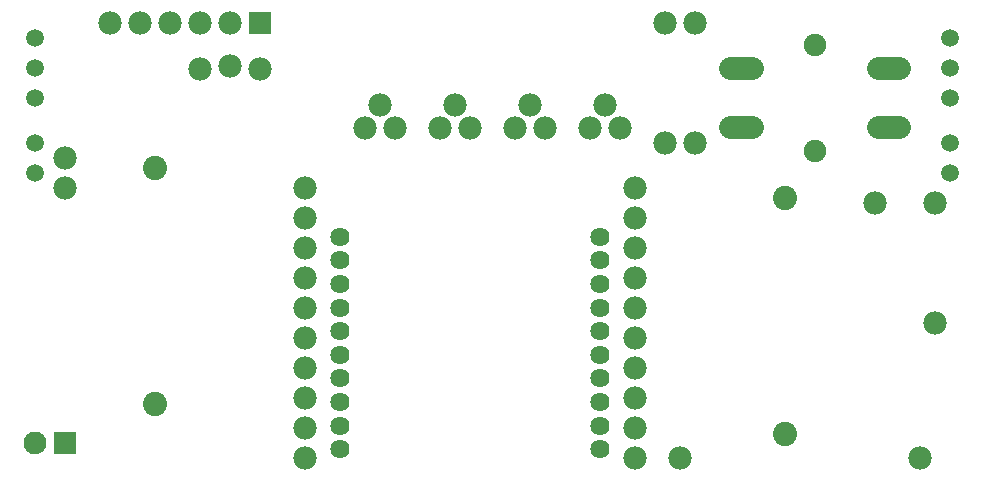
<source format=gbs>
G75*
%MOIN*%
%OFA0B0*%
%FSLAX24Y24*%
%IPPOS*%
%LPD*%
%AMOC8*
5,1,8,0,0,1.08239X$1,22.5*
%
%ADD10C,0.0640*%
%ADD11C,0.0808*%
%ADD12C,0.0780*%
%ADD13C,0.0595*%
%ADD14C,0.0760*%
%ADD15R,0.0760X0.0760*%
%ADD16C,0.0750*%
%ADD17C,0.0750*%
%ADD18R,0.0780X0.0780*%
D10*
X011294Y003388D03*
X011294Y004175D03*
X011294Y004963D03*
X011294Y005750D03*
X011294Y006538D03*
X011294Y007325D03*
X011294Y008112D03*
X011294Y008900D03*
X011294Y009687D03*
X011294Y010475D03*
X019956Y010475D03*
X019956Y009687D03*
X019956Y008900D03*
X019956Y008112D03*
X019956Y007325D03*
X019956Y006538D03*
X019956Y005750D03*
X019956Y004963D03*
X019956Y004175D03*
X019956Y003388D03*
D11*
X026125Y003892D03*
X026125Y011766D03*
X005125Y012766D03*
X005125Y004892D03*
D12*
X010125Y005101D03*
X010125Y006101D03*
X010125Y007101D03*
X010125Y008101D03*
X010125Y009101D03*
X010125Y010101D03*
X010125Y011101D03*
X010125Y012101D03*
X012125Y014101D03*
X013125Y014101D03*
X012625Y014851D03*
X014625Y014101D03*
X015625Y014101D03*
X015125Y014851D03*
X017125Y014101D03*
X018125Y014101D03*
X017625Y014851D03*
X019625Y014101D03*
X020625Y014101D03*
X020125Y014851D03*
X022125Y013601D03*
X023125Y013601D03*
X021125Y012101D03*
X021125Y011101D03*
X021125Y010101D03*
X021125Y009101D03*
X021125Y008101D03*
X021125Y007101D03*
X021125Y006101D03*
X021125Y005101D03*
X021125Y004101D03*
X021125Y003101D03*
X022625Y003101D03*
X030625Y003101D03*
X031125Y007601D03*
X031125Y011601D03*
X029125Y011601D03*
X023125Y017601D03*
X022125Y017601D03*
X008625Y016051D03*
X007625Y016151D03*
X006625Y016051D03*
X006625Y017601D03*
X005625Y017601D03*
X004625Y017601D03*
X003625Y017601D03*
X007625Y017601D03*
X002125Y013101D03*
X002125Y012101D03*
X010125Y004101D03*
X010125Y003101D03*
D13*
X001125Y012601D03*
X001125Y013601D03*
X001125Y015101D03*
X001125Y016101D03*
X001125Y017101D03*
X031625Y017101D03*
X031625Y016101D03*
X031625Y015101D03*
X031625Y013601D03*
X031625Y012601D03*
D14*
X001125Y003601D03*
D15*
X002125Y003601D03*
D16*
X024310Y014121D02*
X025020Y014121D01*
X025020Y016081D02*
X024310Y016081D01*
X029230Y016081D02*
X029940Y016081D01*
X029940Y014121D02*
X029230Y014121D01*
D17*
X027125Y013331D03*
X027125Y016871D03*
D18*
X008625Y017601D03*
M02*

</source>
